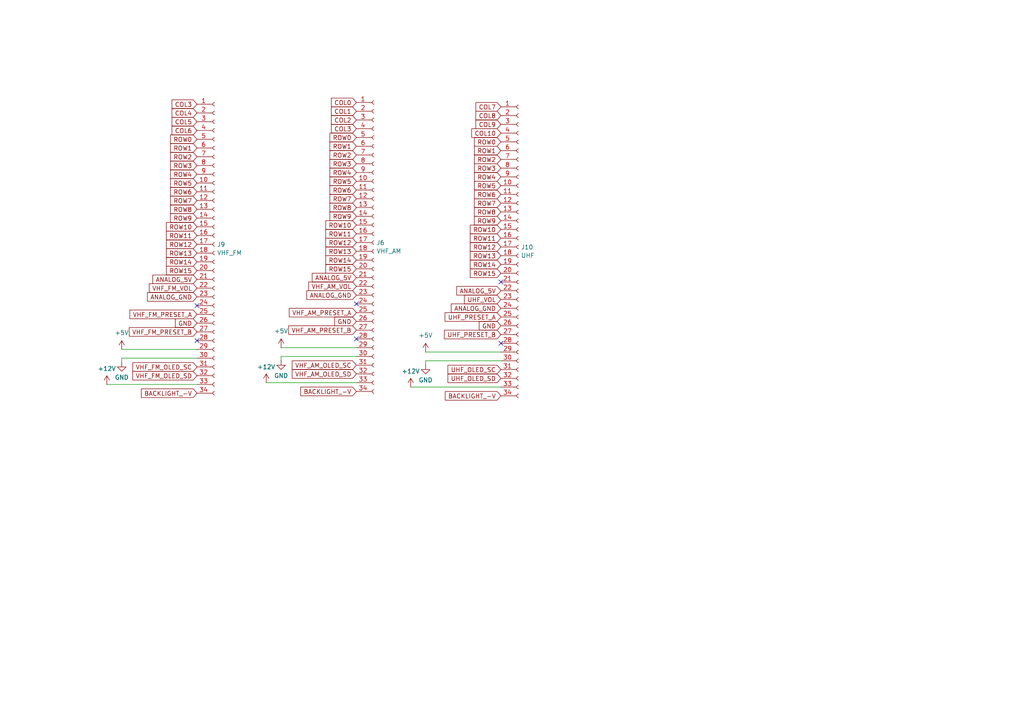
<source format=kicad_sch>
(kicad_sch (version 20231120) (generator "eeschema") (generator_version "8.0")
  (paper "A4")
  (lib_symbols
    (symbol "Connector:Conn_01x34_Socket" (pin_names (offset 1.016) hide)
      (property "Reference" "J" (at 0 43.18 0))
      (property "Value" "Conn_01x34_Socket" (at 0 -45.72 0))
      (symbol "Conn_01x34_Socket_1_1"
        (arc (start 0 -42.672) (mid -0.5058 -43.18) (end 0 -43.688) (stroke (width 0.1524)))
        (arc (start 0 -40.132) (mid -0.5058 -40.64) (end 0 -41.148) (stroke (width 0.1524)))
        (arc (start 0 -37.592) (mid -0.5058 -38.1) (end 0 -38.608) (stroke (width 0.1524)))
        (arc (start 0 -35.052) (mid -0.5058 -35.56) (end 0 -36.068) (stroke (width 0.1524)))
        (arc (start 0 -32.512) (mid -0.5058 -33.02) (end 0 -33.528) (stroke (width 0.1524)))
        (arc (start 0 -29.972) (mid -0.5058 -30.48) (end 0 -30.988) (stroke (width 0.1524)))
        (arc (start 0 -27.432) (mid -0.5058 -27.94) (end 0 -28.448) (stroke (width 0.1524)))
        (arc (start 0 -24.892) (mid -0.5058 -25.4) (end 0 -25.908) (stroke (width 0.1524)))
        (arc (start 0 -22.352) (mid -0.5058 -22.86) (end 0 -23.368) (stroke (width 0.1524)))
        (arc (start 0 -19.812) (mid -0.5058 -20.32) (end 0 -20.828) (stroke (width 0.1524)))
        (arc (start 0 -17.272) (mid -0.5058 -17.78) (end 0 -18.288) (stroke (width 0.1524)))
        (arc (start 0 -14.732) (mid -0.5058 -15.24) (end 0 -15.748) (stroke (width 0.1524)))
        (arc (start 0 -12.192) (mid -0.5058 -12.7) (end 0 -13.208) (stroke (width 0.1524)))
        (arc (start 0 -9.652) (mid -0.5058 -10.16) (end 0 -10.668) (stroke (width 0.1524)))
        (arc (start 0 -7.112) (mid -0.5058 -7.62) (end 0 -8.128) (stroke (width 0.1524)))
        (arc (start 0 -4.572) (mid -0.5058 -5.08) (end 0 -5.588) (stroke (width 0.1524)))
        (arc (start 0 -2.032) (mid -0.5058 -2.54) (end 0 -3.048) (stroke (width 0.1524)))
        (polyline (pts (xy -1.27 -43.18) (xy -0.508 -43.18)) (stroke (width 0.1524)))
        (polyline (pts (xy -1.27 -40.64) (xy -0.508 -40.64)) (stroke (width 0.1524)))
        (polyline (pts (xy -1.27 -38.1) (xy -0.508 -38.1)) (stroke (width 0.1524)))
        (polyline (pts (xy -1.27 -35.56) (xy -0.508 -35.56)) (stroke (width 0.1524)))
        (polyline (pts (xy -1.27 -33.02) (xy -0.508 -33.02)) (stroke (width 0.1524)))
        (polyline (pts (xy -1.27 -30.48) (xy -0.508 -30.48)) (stroke (width 0.1524)))
        (polyline (pts (xy -1.27 -27.94) (xy -0.508 -27.94)) (stroke (width 0.1524)))
        (polyline (pts (xy -1.27 -25.4) (xy -0.508 -25.4)) (stroke (width 0.1524)))
        (polyline (pts (xy -1.27 -22.86) (xy -0.508 -22.86)) (stroke (width 0.1524)))
        (polyline (pts (xy -1.27 -20.32) (xy -0.508 -20.32)) (stroke (width 0.1524)))
        (polyline (pts (xy -1.27 -17.78) (xy -0.508 -17.78)) (stroke (width 0.1524)))
        (polyline (pts (xy -1.27 -15.24) (xy -0.508 -15.24)) (stroke (width 0.1524)))
        (polyline (pts (xy -1.27 -12.7) (xy -0.508 -12.7)) (stroke (width 0.1524)))
        (polyline (pts (xy -1.27 -10.16) (xy -0.508 -10.16)) (stroke (width 0.1524)))
        (polyline (pts (xy -1.27 -7.62) (xy -0.508 -7.62)) (stroke (width 0.1524)))
        (polyline (pts (xy -1.27 -5.08) (xy -0.508 -5.08)) (stroke (width 0.1524)))
        (polyline (pts (xy -1.27 -2.54) (xy -0.508 -2.54)) (stroke (width 0.1524)))
        (polyline (pts (xy -1.27 0) (xy -0.508 0)) (stroke (width 0.1524)))
        (polyline (pts (xy -1.27 2.54) (xy -0.508 2.54)) (stroke (width 0.1524)))
        (polyline (pts (xy -1.27 5.08) (xy -0.508 5.08)) (stroke (width 0.1524)))
        (polyline (pts (xy -1.27 7.62) (xy -0.508 7.62)) (stroke (width 0.1524)))
        (polyline (pts (xy -1.27 10.16) (xy -0.508 10.16)) (stroke (width 0.1524)))
        (polyline (pts (xy -1.27 12.7) (xy -0.508 12.7)) (stroke (width 0.1524)))
        (polyline (pts (xy -1.27 15.24) (xy -0.508 15.24)) (stroke (width 0.1524)))
        (polyline (pts (xy -1.27 17.78) (xy -0.508 17.78)) (stroke (width 0.1524)))
        (polyline (pts (xy -1.27 20.32) (xy -0.508 20.32)) (stroke (width 0.1524)))
        (polyline (pts (xy -1.27 22.86) (xy -0.508 22.86)) (stroke (width 0.1524)))
        (polyline (pts (xy -1.27 25.4) (xy -0.508 25.4)) (stroke (width 0.1524)))
        (polyline (pts (xy -1.27 27.94) (xy -0.508 27.94)) (stroke (width 0.1524)))
        (polyline (pts (xy -1.27 30.48) (xy -0.508 30.48)) (stroke (width 0.1524)))
        (polyline (pts (xy -1.27 33.02) (xy -0.508 33.02)) (stroke (width 0.1524)))
        (polyline (pts (xy -1.27 35.56) (xy -0.508 35.56)) (stroke (width 0.1524)))
        (polyline (pts (xy -1.27 38.1) (xy -0.508 38.1)) (stroke (width 0.1524)))
        (polyline (pts (xy -1.27 40.64) (xy -0.508 40.64)) (stroke (width 0.1524)))
        (arc (start 0 0.508) (mid -0.5058 0) (end 0 -0.508) (stroke (width 0.1524)))
        (arc (start 0 3.048) (mid -0.5058 2.54) (end 0 2.032) (stroke (width 0.1524)))
        (arc (start 0 5.588) (mid -0.5058 5.08) (end 0 4.572) (stroke (width 0.1524)))
        (arc (start 0 8.128) (mid -0.5058 7.62) (end 0 7.112) (stroke (width 0.1524)))
        (arc (start 0 10.668) (mid -0.5058 10.16) (end 0 9.652) (stroke (width 0.1524)))
        (arc (start 0 13.208) (mid -0.5058 12.7) (end 0 12.192) (stroke (width 0.1524)))
        (arc (start 0 15.748) (mid -0.5058 15.24) (end 0 14.732) (stroke (width 0.1524)))
        (arc (start 0 18.288) (mid -0.5058 17.78) (end 0 17.272) (stroke (width 0.1524)))
        (arc (start 0 20.828) (mid -0.5058 20.32) (end 0 19.812) (stroke (width 0.1524)))
        (arc (start 0 23.368) (mid -0.5058 22.86) (end 0 22.352) (stroke (width 0.1524)))
        (arc (start 0 25.908) (mid -0.5058 25.4) (end 0 24.892) (stroke (width 0.1524)))
        (arc (start 0 28.448) (mid -0.5058 27.94) (end 0 27.432) (stroke (width 0.1524)))
        (arc (start 0 30.988) (mid -0.5058 30.48) (end 0 29.972) (stroke (width 0.1524)))
        (arc (start 0 33.528) (mid -0.5058 33.02) (end 0 32.512) (stroke (width 0.1524)))
        (arc (start 0 36.068) (mid -0.5058 35.56) (end 0 35.052) (stroke (width 0.1524)))
        (arc (start 0 38.608) (mid -0.5058 38.1) (end 0 37.592) (stroke (width 0.1524)))
        (arc (start 0 41.148) (mid -0.5058 40.64) (end 0 40.132) (stroke (width 0.1524)))
        (pin passive line (at -5.08 40.64 0) (length 3.81) (name "Pin_1") (number "1"))
        (pin passive line (at -5.08 17.78 0) (length 3.81) (name "Pin_10") (number "10"))
        (pin passive line (at -5.08 15.24 0) (length 3.81) (name "Pin_11") (number "11"))
        (pin passive line (at -5.08 12.7 0) (length 3.81) (name "Pin_12") (number "12"))
        (pin passive line (at -5.08 10.16 0) (length 3.81) (name "Pin_13") (number "13"))
        (pin passive line (at -5.08 7.62 0) (length 3.81) (name "Pin_14") (number "14"))
        (pin passive line (at -5.08 5.08 0) (length 3.81) (name "Pin_15") (number "15"))
        (pin passive line (at -5.08 2.54 0) (length 3.81) (name "Pin_16") (number "16"))
        (pin passive line (at -5.08 0 0) (length 3.81) (name "Pin_17") (number "17"))
        (pin passive line (at -5.08 -2.54 0) (length 3.81) (name "Pin_18") (number "18"))
        (pin passive line (at -5.08 -5.08 0) (length 3.81) (name "Pin_19") (number "19"))
        (pin passive line (at -5.08 38.1 0) (length 3.81) (name "Pin_2") (number "2"))
        (pin passive line (at -5.08 -7.62 0) (length 3.81) (name "Pin_20") (number "20"))
        (pin passive line (at -5.08 -10.16 0) (length 3.81) (name "Pin_21") (number "21"))
        (pin passive line (at -5.08 -12.7 0) (length 3.81) (name "Pin_22") (number "22"))
        (pin passive line (at -5.08 -15.24 0) (length 3.81) (name "Pin_23") (number "23"))
        (pin passive line (at -5.08 -17.78 0) (length 3.81) (name "Pin_24") (number "24"))
        (pin passive line (at -5.08 -20.32 0) (length 3.81) (name "Pin_25") (number "25"))
        (pin passive line (at -5.08 -22.86 0) (length 3.81) (name "Pin_26") (number "26"))
        (pin passive line (at -5.08 -25.4 0) (length 3.81) (name "Pin_27") (number "27"))
        (pin passive line (at -5.08 -27.94 0) (length 3.81) (name "Pin_28") (number "28"))
        (pin passive line (at -5.08 -30.48 0) (length 3.81) (name "Pin_29") (number "29"))
        (pin passive line (at -5.08 35.56 0) (length 3.81) (name "Pin_3") (number "3"))
        (pin passive line (at -5.08 -33.02 0) (length 3.81) (name "Pin_30") (number "30"))
        (pin passive line (at -5.08 -35.56 0) (length 3.81) (name "Pin_31") (number "31"))
        (pin passive line (at -5.08 -38.1 0) (length 3.81) (name "Pin_32") (number "32"))
        (pin passive line (at -5.08 -40.64 0) (length 3.81) (name "Pin_33") (number "33"))
        (pin passive line (at -5.08 -43.18 0) (length 3.81) (name "Pin_34") (number "34"))
        (pin passive line (at -5.08 33.02 0) (length 3.81) (name "Pin_4") (number "4"))
        (pin passive line (at -5.08 30.48 0) (length 3.81) (name "Pin_5") (number "5"))
        (pin passive line (at -5.08 27.94 0) (length 3.81) (name "Pin_6") (number "6"))
        (pin passive line (at -5.08 25.4 0) (length 3.81) (name "Pin_7") (number "7"))
        (pin passive line (at -5.08 22.86 0) (length 3.81) (name "Pin_8") (number "8"))
        (pin passive line (at -5.08 20.32 0) (length 3.81) (name "Pin_9") (number "9"))
      )
    )
    (symbol "power:+12V" (power) (pin_numbers hide) (pin_names (offset 0) hide)
      (property "Value" "+12V" (at 0 3.556 0))
      (symbol "+12V_0_1"
        (polyline (pts (xy -0.762 1.27) (xy 0 2.54)))
        (polyline (pts (xy 0 0) (xy 0 2.54)))
        (polyline (pts (xy 0 2.54) (xy 0.762 1.27)))
      )
      (symbol "+12V_1_1"
        (pin power_in line (at 0 0 90) (length 0) (name "~") (number "1"))
      )
    )
    (symbol "power:+5V" (power) (pin_numbers hide) (pin_names (offset 0) hide)
      (property "Value" "+5V" (at 0 3.556 0))
      (symbol "+5V_0_1"
        (polyline (pts (xy -0.762 1.27) (xy 0 2.54)))
        (polyline (pts (xy 0 0) (xy 0 2.54)))
        (polyline (pts (xy 0 2.54) (xy 0.762 1.27)))
      )
      (symbol "+5V_1_1"
        (pin power_in line (at 0 0 90) (length 0) (name "~") (number "1"))
      )
    )
    (symbol "power:GND" (power) (pin_numbers hide) (pin_names (offset 0) hide)
      (property "Value" "GND" (at 0 -3.81 0))
      (symbol "GND_0_1"
        (polyline (pts (xy 0 0) (xy 0 -1.27) (xy 1.27 -1.27) (xy 0 -2.54) (xy -1.27 -1.27) (xy 0 -1.27)))
      )
      (symbol "GND_1_1"
        (pin power_in line (at 0 0 270) (length 0) (name "~") (number "1"))
      )
    )
  )
  (no_connect (at 103.378 88.138))
  (no_connect (at 145.288 81.788))
  (no_connect (at 57.15 98.806))
  (no_connect (at 57.15 88.646))
  (no_connect (at 145.288 99.568))
  (no_connect (at 103.378 98.298))
  (wire (pts (xy 35.306 105.156) (xy 35.306 103.886)))
  (wire (pts (xy 35.306 101.346) (xy 57.15 101.346)))
  (wire (pts (xy 123.444 104.648) (xy 145.288 104.648)))
  (wire (pts (xy 81.534 100.838) (xy 103.378 100.838)))
  (wire (pts (xy 123.444 105.918) (xy 123.444 104.648)))
  (wire (pts (xy 81.534 104.648) (xy 81.534 103.378)))
  (wire (pts (xy 77.216 110.998) (xy 103.378 110.998)))
  (wire (pts (xy 30.988 111.506) (xy 57.15 111.506)))
  (wire (pts (xy 81.534 103.378) (xy 103.378 103.378)))
  (wire (pts (xy 119.126 112.268) (xy 145.288 112.268)))
  (wire (pts (xy 35.306 103.886) (xy 57.15 103.886)))
  (wire (pts (xy 123.444 102.108) (xy 145.288 102.108)))
  (global_label "ROW1" (shape input) (at 103.378 42.418 180) (property "Intersheetrefs" "${INTERSHEET_REFS}" (effects (hide yes))))
  (global_label "ROW9" (shape input) (at 103.378 62.738 180) (property "Intersheetrefs" "${INTERSHEET_REFS}" (effects (hide yes))))
  (global_label "ROW8" (shape input) (at 103.378 60.198 180) (property "Intersheetrefs" "${INTERSHEET_REFS}" (effects (hide yes))))
  (global_label "GND" (shape input) (at 103.378 93.218 180) (property "Intersheetrefs" "${INTERSHEET_REFS}" (effects (hide yes))))
  (global_label "GND" (shape input) (at 57.15 93.726 180) (property "Intersheetrefs" "${INTERSHEET_REFS}" (effects (hide yes))))
  (global_label "ROW6" (shape input) (at 103.378 55.118 180) (property "Intersheetrefs" "${INTERSHEET_REFS}" (effects (hide yes))))
  (global_label "ANALOG_GND" (shape input) (at 103.378 85.598 180) (property "Intersheetrefs" "${INTERSHEET_REFS}" (effects (hide yes))))
  (global_label "UHF_PRESET_B" (shape input) (at 145.288 97.028 180) (property "Intersheetrefs" "${INTERSHEET_REFS}" (effects (hide yes))))
  (global_label "UHF_VOL" (shape input) (at 145.288 86.868 180) (property "Intersheetrefs" "${INTERSHEET_REFS}" (effects (hide yes))))
  (global_label "ROW1" (shape input) (at 57.15 42.926 180) (property "Intersheetrefs" "${INTERSHEET_REFS}" (effects (hide yes))))
  (global_label "ROW0" (shape input) (at 145.288 41.148 180) (property "Intersheetrefs" "${INTERSHEET_REFS}" (effects (hide yes))))
  (global_label "ROW6" (shape input) (at 145.288 56.388 180) (property "Intersheetrefs" "${INTERSHEET_REFS}" (effects (hide yes))))
  (global_label "ROW4" (shape input) (at 103.378 50.038 180) (property "Intersheetrefs" "${INTERSHEET_REFS}" (effects (hide yes))))
  (global_label "ROW15" (shape input) (at 57.15 78.486 180) (property "Intersheetrefs" "${INTERSHEET_REFS}" (effects (hide yes))))
  (global_label "COL4" (shape input) (at 57.15 32.766 180) (property "Intersheetrefs" "${INTERSHEET_REFS}" (effects (hide yes))))
  (global_label "ROW5" (shape input) (at 103.378 52.578 180) (property "Intersheetrefs" "${INTERSHEET_REFS}" (effects (hide yes))))
  (global_label "ROW12" (shape input) (at 145.288 71.628 180) (property "Intersheetrefs" "${INTERSHEET_REFS}" (effects (hide yes))))
  (global_label "BACKLIGHT_-V" (shape input) (at 145.288 114.808 180) (property "Intersheetrefs" "${INTERSHEET_REFS}" (effects (hide yes))))
  (global_label "BACKLIGHT_-V" (shape input) (at 57.15 114.046 180) (property "Intersheetrefs" "${INTERSHEET_REFS}" (effects (hide yes))))
  (global_label "ROW10" (shape input) (at 103.378 65.278 180) (property "Intersheetrefs" "${INTERSHEET_REFS}" (effects (hide yes))))
  (global_label "ROW3" (shape input) (at 103.378 47.498 180) (property "Intersheetrefs" "${INTERSHEET_REFS}" (effects (hide yes))))
  (global_label "VHF_AM_PRESET_B" (shape input) (at 103.378 95.758 180) (property "Intersheetrefs" "${INTERSHEET_REFS}" (effects (hide yes))))
  (global_label "COL3" (shape input) (at 57.15 30.226 180) (property "Intersheetrefs" "${INTERSHEET_REFS}" (effects (hide yes))))
  (global_label "COL0" (shape input) (at 103.378 29.718 180) (property "Intersheetrefs" "${INTERSHEET_REFS}" (effects (hide yes))))
  (global_label "UHF_OLED_SD" (shape input) (at 145.288 109.728 180) (property "Intersheetrefs" "${INTERSHEET_REFS}" (effects (hide yes))))
  (global_label "ROW14" (shape input) (at 103.378 75.438 180) (property "Intersheetrefs" "${INTERSHEET_REFS}" (effects (hide yes))))
  (global_label "ROW9" (shape input) (at 57.15 63.246 180) (property "Intersheetrefs" "${INTERSHEET_REFS}" (effects (hide yes))))
  (global_label "VHF_FM_PRESET_A" (shape input) (at 57.15 91.186 180) (property "Intersheetrefs" "${INTERSHEET_REFS}" (effects (hide yes))))
  (global_label "UHF_PRESET_A" (shape input) (at 145.288 91.948 180) (property "Intersheetrefs" "${INTERSHEET_REFS}" (effects (hide yes))))
  (global_label "COL1" (shape input) (at 103.378 32.258 180) (property "Intersheetrefs" "${INTERSHEET_REFS}" (effects (hide yes))))
  (global_label "VHF_AM_OLED_SC" (shape input) (at 103.378 105.918 180) (property "Intersheetrefs" "${INTERSHEET_REFS}" (effects (hide yes))))
  (global_label "ROW12" (shape input) (at 103.378 70.358 180) (property "Intersheetrefs" "${INTERSHEET_REFS}" (effects (hide yes))))
  (global_label "COL2" (shape input) (at 103.378 34.798 180) (property "Intersheetrefs" "${INTERSHEET_REFS}" (effects (hide yes))))
  (global_label "ROW4" (shape input) (at 57.15 50.546 180) (property "Intersheetrefs" "${INTERSHEET_REFS}" (effects (hide yes))))
  (global_label "UHF_OLED_SC" (shape input) (at 145.288 107.188 180) (property "Intersheetrefs" "${INTERSHEET_REFS}" (effects (hide yes))))
  (global_label "ROW10" (shape input) (at 57.15 65.786 180) (property "Intersheetrefs" "${INTERSHEET_REFS}" (effects (hide yes))))
  (global_label "COL5" (shape input) (at 57.15 35.306 180) (property "Intersheetrefs" "${INTERSHEET_REFS}" (effects (hide yes))))
  (global_label "ROW5" (shape input) (at 145.288 53.848 180) (property "Intersheetrefs" "${INTERSHEET_REFS}" (effects (hide yes))))
  (global_label "VHF_AM_VOL" (shape input) (at 103.378 83.058 180) (property "Intersheetrefs" "${INTERSHEET_REFS}" (effects (hide yes))))
  (global_label "VHF_FM_PRESET_B" (shape input) (at 57.15 96.266 180) (property "Intersheetrefs" "${INTERSHEET_REFS}" (effects (hide yes))))
  (global_label "COL3" (shape input) (at 103.378 37.338 180) (property "Intersheetrefs" "${INTERSHEET_REFS}" (effects (hide yes))))
  (global_label "ROW11" (shape input) (at 57.15 68.326 180) (property "Intersheetrefs" "${INTERSHEET_REFS}" (effects (hide yes))))
  (global_label "VHF_AM_OLED_SD" (shape input) (at 103.378 108.458 180) (property "Intersheetrefs" "${INTERSHEET_REFS}" (effects (hide yes))))
  (global_label "ROW13" (shape input) (at 145.288 74.168 180) (property "Intersheetrefs" "${INTERSHEET_REFS}" (effects (hide yes))))
  (global_label "ANALOG_5V" (shape input) (at 57.15 81.026 180) (property "Intersheetrefs" "${INTERSHEET_REFS}" (effects (hide yes))))
  (global_label "ROW8" (shape input) (at 145.288 61.468 180) (property "Intersheetrefs" "${INTERSHEET_REFS}" (effects (hide yes))))
  (global_label "ROW10" (shape input) (at 145.288 66.548 180) (property "Intersheetrefs" "${INTERSHEET_REFS}" (effects (hide yes))))
  (global_label "ROW3" (shape input) (at 57.15 48.006 180) (property "Intersheetrefs" "${INTERSHEET_REFS}" (effects (hide yes))))
  (global_label "ROW7" (shape input) (at 57.15 58.166 180) (property "Intersheetrefs" "${INTERSHEET_REFS}" (effects (hide yes))))
  (global_label "COL8" (shape input) (at 145.288 33.528 180) (property "Intersheetrefs" "${INTERSHEET_REFS}" (effects (hide yes))))
  (global_label "ROW13" (shape input) (at 57.15 73.406 180) (property "Intersheetrefs" "${INTERSHEET_REFS}" (effects (hide yes))))
  (global_label "VHF_AM_PRESET_A" (shape input) (at 103.378 90.678 180) (property "Intersheetrefs" "${INTERSHEET_REFS}" (effects (hide yes))))
  (global_label "ANALOG_GND" (shape input) (at 57.15 86.106 180) (property "Intersheetrefs" "${INTERSHEET_REFS}" (effects (hide yes))))
  (global_label "VHF_FM_VOL" (shape input) (at 57.15 83.566 180) (property "Intersheetrefs" "${INTERSHEET_REFS}" (effects (hide yes))))
  (global_label "GND" (shape input) (at 145.288 94.488 180) (property "Intersheetrefs" "${INTERSHEET_REFS}" (effects (hide yes))))
  (global_label "ROW2" (shape input) (at 57.15 45.466 180) (property "Intersheetrefs" "${INTERSHEET_REFS}" (effects (hide yes))))
  (global_label "ROW8" (shape input) (at 57.15 60.706 180) (property "Intersheetrefs" "${INTERSHEET_REFS}" (effects (hide yes))))
  (global_label "ROW11" (shape input) (at 145.288 69.088 180) (property "Intersheetrefs" "${INTERSHEET_REFS}" (effects (hide yes))))
  (global_label "ANALOG_5V" (shape input) (at 103.378 80.518 180) (property "Intersheetrefs" "${INTERSHEET_REFS}" (effects (hide yes))))
  (global_label "ROW4" (shape input) (at 145.288 51.308 180) (property "Intersheetrefs" "${INTERSHEET_REFS}" (effects (hide yes))))
  (global_label "ROW3" (shape input) (at 145.288 48.768 180) (property "Intersheetrefs" "${INTERSHEET_REFS}" (effects (hide yes))))
  (global_label "ROW6" (shape input) (at 57.15 55.626 180) (property "Intersheetrefs" "${INTERSHEET_REFS}" (effects (hide yes))))
  (global_label "ROW14" (shape input) (at 57.15 75.946 180) (property "Intersheetrefs" "${INTERSHEET_REFS}" (effects (hide yes))))
  (global_label "ROW9" (shape input) (at 145.288 64.008 180) (property "Intersheetrefs" "${INTERSHEET_REFS}" (effects (hide yes))))
  (global_label "ROW14" (shape input) (at 145.288 76.708 180) (property "Intersheetrefs" "${INTERSHEET_REFS}" (effects (hide yes))))
  (global_label "ROW5" (shape input) (at 57.15 53.086 180) (property "Intersheetrefs" "${INTERSHEET_REFS}" (effects (hide yes))))
  (global_label "COL6" (shape input) (at 57.15 37.846 180) (property "Intersheetrefs" "${INTERSHEET_REFS}" (effects (hide yes))))
  (global_label "ROW2" (shape input) (at 103.378 44.958 180) (property "Intersheetrefs" "${INTERSHEET_REFS}" (effects (hide yes))))
  (global_label "ROW2" (shape input) (at 145.288 46.228 180) (property "Intersheetrefs" "${INTERSHEET_REFS}" (effects (hide yes))))
  (global_label "COL10" (shape input) (at 145.288 38.608 180) (property "Intersheetrefs" "${INTERSHEET_REFS}" (effects (hide yes))))
  (global_label "ANALOG_5V" (shape input) (at 145.288 84.328 180) (property "Intersheetrefs" "${INTERSHEET_REFS}" (effects (hide yes))))
  (global_label "ROW11" (shape input) (at 103.378 67.818 180) (property "Intersheetrefs" "${INTERSHEET_REFS}" (effects (hide yes))))
  (global_label "ROW0" (shape input) (at 103.378 39.878 180) (property "Intersheetrefs" "${INTERSHEET_REFS}" (effects (hide yes))))
  (global_label "COL7" (shape input) (at 145.288 30.988 180) (property "Intersheetrefs" "${INTERSHEET_REFS}" (effects (hide yes))))
  (global_label "COL9" (shape input) (at 145.288 36.068 180) (property "Intersheetrefs" "${INTERSHEET_REFS}" (effects (hide yes))))
  (global_label "VHF_FM_OLED_SC" (shape input) (at 57.15 106.426 180) (property "Intersheetrefs" "${INTERSHEET_REFS}" (effects (hide yes))))
  (global_label "VHF_FM_OLED_SD" (shape input) (at 57.15 108.966 180) (property "Intersheetrefs" "${INTERSHEET_REFS}" (effects (hide yes))))
  (global_label "ROW15" (shape input) (at 103.378 77.978 180) (property "Intersheetrefs" "${INTERSHEET_REFS}" (effects (hide yes))))
  (global_label "ROW7" (shape input) (at 145.288 58.928 180) (property "Intersheetrefs" "${INTERSHEET_REFS}" (effects (hide yes))))
  (global_label "ROW7" (shape input) (at 103.378 57.658 180) (property "Intersheetrefs" "${INTERSHEET_REFS}" (effects (hide yes))))
  (global_label "ROW0" (shape input) (at 57.15 40.386 180) (property "Intersheetrefs" "${INTERSHEET_REFS}" (effects (hide yes))))
  (global_label "ROW13" (shape input) (at 103.378 72.898 180) (property "Intersheetrefs" "${INTERSHEET_REFS}" (effects (hide yes))))
  (global_label "ROW12" (shape input) (at 57.15 70.866 180) (property "Intersheetrefs" "${INTERSHEET_REFS}" (effects (hide yes))))
  (global_label "ROW15" (shape input) (at 145.288 79.248 180) (property "Intersheetrefs" "${INTERSHEET_REFS}" (effects (hide yes))))
  (global_label "ROW1" (shape input) (at 145.288 43.688 180) (property "Intersheetrefs" "${INTERSHEET_REFS}" (effects (hide yes))))
  (global_label "ANALOG_GND" (shape input) (at 145.288 89.408 180) (property "Intersheetrefs" "${INTERSHEET_REFS}" (effects (hide yes))))
  (global_label "BACKLIGHT_-V" (shape input) (at 103.378 113.538 180) (property "Intersheetrefs" "${INTERSHEET_REFS}" (effects (hide yes))))
  (symbol (lib_id "power:GND") (at 81.534 104.648 0) (unit 1)
    (property "Reference" "#PWR041" (effects (hide yes)))
    (property "Value" "GND" (at 81.534 108.966 0))
    (property "Description" "Power symbol creates a global label with name \"GND\" , ground" (effects (hide yes)))
  )
  (symbol (lib_id "power:+5V") (at 35.306 101.346 0) (unit 1)
    (property "Reference" "#PWR043" (effects (hide yes)))
    (property "Value" "+5V" (at 35.306 96.52 0))
    (property "Description" "Power symbol creates a global label with name \"+5V\"" (effects (hide yes)))
  )
  (symbol (lib_id "power:+5V") (at 123.444 102.108 0) (unit 1)
    (property "Reference" "#PWR046" (effects (hide yes)))
    (property "Value" "+5V" (at 123.444 97.282 0))
    (property "Description" "Power symbol creates a global label with name \"+5V\"" (effects (hide yes)))
  )
  (symbol (lib_id "power:GND") (at 123.444 105.918 0) (unit 1)
    (property "Reference" "#PWR047" (effects (hide yes)))
    (property "Value" "GND" (at 123.444 110.236 0))
    (property "Description" "Power symbol creates a global label with name \"GND\" , ground" (effects (hide yes)))
  )
  (symbol (lib_id "power:+12V") (at 30.988 111.506 0) (unit 1)
    (property "Reference" "#PWR042" (effects (hide yes)))
    (property "Value" "+12V" (at 30.988 106.934 0))
    (property "Description" "Power symbol creates a global label with name \"+12V\"" (effects (hide yes)))
  )
  (symbol (lib_id "power:GND") (at 35.306 105.156 0) (unit 1)
    (property "Reference" "#PWR044" (effects (hide yes)))
    (property "Value" "GND" (at 35.306 109.474 0))
    (property "Description" "Power symbol creates a global label with name \"GND\" , ground" (effects (hide yes)))
  )
  (symbol (lib_id "Connector:Conn_01x34_Socket") (at 62.23 70.866 0) (unit 1)
    (property "Reference" "J9" (at 62.9412 70.9238 0) (effects (justify left)))
    (property "Value" "VHF_FM" (at 62.9412 73.3481 0) (effects (justify left)))
    (property "Footprint" "Connector_IDC:IDC-Header_2x17_P2.54mm_Vertical" (effects (hide yes)))
    (property "Description" "Generic connector, single row, 01x34, script generated" (effects (hide yes)))
  )
  (symbol (lib_id "power:+5V") (at 81.534 100.838 0) (unit 1)
    (property "Reference" "#PWR034" (effects (hide yes)))
    (property "Value" "+5V" (at 81.534 96.012 0))
    (property "Description" "Power symbol creates a global label with name \"+5V\"" (effects (hide yes)))
  )
  (symbol (lib_id "Connector:Conn_01x34_Socket") (at 150.368 71.628 0) (unit 1)
    (property "Reference" "J10" (at 151.0792 71.6858 0) (effects (justify left)))
    (property "Value" "UHF" (at 151.0792 74.1101 0) (effects (justify left)))
    (property "Footprint" "Connector_IDC:IDC-Header_2x17_P2.54mm_Vertical" (effects (hide yes)))
    (property "Description" "Generic connector, single row, 01x34, script generated" (effects (hide yes)))
  )
  (symbol (lib_id "Connector:Conn_01x34_Socket") (at 108.458 70.358 0) (unit 1)
    (property "Reference" "J6" (at 109.1692 70.4158 0) (effects (justify left)))
    (property "Value" "VHF_AM" (at 109.1692 72.8401 0) (effects (justify left)))
    (property "Footprint" "Connector_IDC:IDC-Header_2x17_P2.54mm_Vertical" (effects (hide yes)))
    (property "Description" "Generic connector, single row, 01x34, script generated" (effects (hide yes)))
  )
  (symbol (lib_id "power:+12V") (at 119.126 112.268 0) (unit 1)
    (property "Reference" "#PWR045" (effects (hide yes)))
    (property "Value" "+12V" (at 119.126 107.696 0))
    (property "Description" "Power symbol creates a global label with name \"+12V\"" (effects (hide yes)))
  )
  (symbol (lib_id "power:+12V") (at 77.216 110.998 0) (unit 1)
    (property "Reference" "#PWR033" (effects (hide yes)))
    (property "Value" "+12V" (at 77.216 106.426 0))
    (property "Description" "Power symbol creates a global label with name \"+12V\"" (effects (hide yes)))
  )
)
</source>
